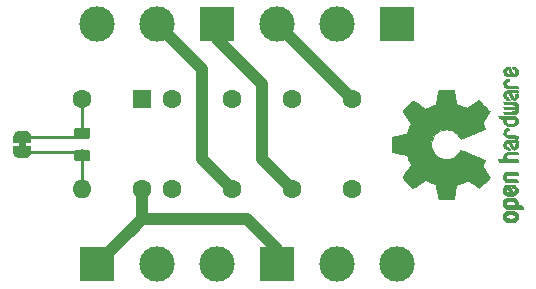
<source format=gtl>
G04 #@! TF.GenerationSoftware,KiCad,Pcbnew,(5.1.4)-1*
G04 #@! TF.CreationDate,2019-08-31T15:58:00+02:00*
G04 #@! TF.ProjectId,SwitchRelay,53776974-6368-4526-956c-61792e6b6963,1.0*
G04 #@! TF.SameCoordinates,Original*
G04 #@! TF.FileFunction,Copper,L1,Top*
G04 #@! TF.FilePolarity,Positive*
%FSLAX46Y46*%
G04 Gerber Fmt 4.6, Leading zero omitted, Abs format (unit mm)*
G04 Created by KiCad (PCBNEW (5.1.4)-1) date 2019-08-31 15:58:00*
%MOMM*%
%LPD*%
G04 APERTURE LIST*
%ADD10C,0.010000*%
%ADD11C,0.100000*%
%ADD12C,3.000000*%
%ADD13R,3.000000X3.000000*%
%ADD14C,0.975000*%
%ADD15O,1.600000X1.600000*%
%ADD16C,1.600000*%
%ADD17R,1.600000X1.600000*%
%ADD18C,0.500000*%
%ADD19C,0.250000*%
%ADD20C,1.016000*%
G04 APERTURE END LIST*
D10*
G36*
X153837998Y-115995986D02*
G01*
X153838863Y-115837994D01*
X153841205Y-115723653D01*
X153845762Y-115645593D01*
X153853270Y-115596446D01*
X153864466Y-115568841D01*
X153880088Y-115555408D01*
X153900873Y-115548779D01*
X153903563Y-115548135D01*
X153952113Y-115538065D01*
X154047905Y-115519425D01*
X154180743Y-115494155D01*
X154340431Y-115464193D01*
X154516774Y-115431478D01*
X154522967Y-115430336D01*
X154695782Y-115397567D01*
X154848469Y-115366907D01*
X154971871Y-115340336D01*
X155056831Y-115319833D01*
X155094190Y-115307374D01*
X155094852Y-115306780D01*
X155113095Y-115270081D01*
X155143497Y-115194414D01*
X155179493Y-115096122D01*
X155179685Y-115095575D01*
X155226222Y-114971767D01*
X155285504Y-114825804D01*
X155345109Y-114688219D01*
X155348056Y-114681707D01*
X155449765Y-114457610D01*
X155110897Y-113961381D01*
X155007592Y-113809154D01*
X154915237Y-113671259D01*
X154839084Y-113555685D01*
X154784385Y-113470421D01*
X154756393Y-113423456D01*
X154754317Y-113418996D01*
X154763560Y-113384866D01*
X154808156Y-113321119D01*
X154890209Y-113225269D01*
X155011821Y-113094831D01*
X155141205Y-112961672D01*
X155268702Y-112833306D01*
X155385046Y-112718419D01*
X155483052Y-112623927D01*
X155555536Y-112556747D01*
X155595313Y-112523794D01*
X155597361Y-112522568D01*
X155624656Y-112518926D01*
X155669234Y-112532650D01*
X155737112Y-112567131D01*
X155834311Y-112625761D01*
X155966851Y-112711930D01*
X156137476Y-112826800D01*
X156287655Y-112928746D01*
X156422350Y-113019877D01*
X156533740Y-113094927D01*
X156614005Y-113148631D01*
X156655325Y-113175720D01*
X156658130Y-113177426D01*
X156697721Y-113174118D01*
X156774669Y-113149047D01*
X156874432Y-113107202D01*
X156906291Y-113092288D01*
X157048226Y-113027214D01*
X157209273Y-112957788D01*
X157348621Y-112901391D01*
X157452044Y-112860753D01*
X157530642Y-112828474D01*
X157571720Y-112809822D01*
X157574885Y-112807503D01*
X157580128Y-112773197D01*
X157594494Y-112692331D01*
X157615937Y-112575657D01*
X157642413Y-112433925D01*
X157671877Y-112277890D01*
X157702283Y-112118302D01*
X157731588Y-111965915D01*
X157757745Y-111831479D01*
X157778710Y-111725748D01*
X157792439Y-111659474D01*
X157796320Y-111643218D01*
X157805900Y-111626427D01*
X157827536Y-111613751D01*
X157868531Y-111604622D01*
X157936189Y-111598469D01*
X158037812Y-111594720D01*
X158180703Y-111592808D01*
X158372165Y-111592160D01*
X158450645Y-111592126D01*
X159088906Y-111592126D01*
X159119160Y-111745402D01*
X159135564Y-111830678D01*
X159159509Y-111957930D01*
X159188107Y-112111685D01*
X159218467Y-112276466D01*
X159226806Y-112322011D01*
X159256370Y-112474068D01*
X159285442Y-112606532D01*
X159311329Y-112708286D01*
X159331337Y-112768212D01*
X159337301Y-112778195D01*
X159379534Y-112802707D01*
X159461370Y-112837852D01*
X159566683Y-112876827D01*
X159589368Y-112884558D01*
X159730018Y-112935640D01*
X159888714Y-112999046D01*
X160031225Y-113061096D01*
X160031886Y-113061402D01*
X160255440Y-113164733D01*
X161255232Y-112485039D01*
X161692300Y-112921379D01*
X161822381Y-113053351D01*
X161937048Y-113173721D01*
X162030181Y-113275727D01*
X162095658Y-113352609D01*
X162127357Y-113397607D01*
X162129368Y-113404062D01*
X162113529Y-113441960D01*
X162069496Y-113519292D01*
X162002490Y-113627611D01*
X161917734Y-113758468D01*
X161822816Y-113899948D01*
X161725998Y-114043539D01*
X161641751Y-114171565D01*
X161575258Y-114275895D01*
X161531702Y-114348400D01*
X161516264Y-114380842D01*
X161529328Y-114420424D01*
X161563750Y-114495481D01*
X161612380Y-114590532D01*
X161617785Y-114600608D01*
X161681980Y-114728609D01*
X161713463Y-114816382D01*
X161713798Y-114870972D01*
X161684548Y-114899425D01*
X161684138Y-114899590D01*
X161649498Y-114913812D01*
X161567269Y-114947731D01*
X161443814Y-114998716D01*
X161285498Y-115064138D01*
X161098686Y-115141366D01*
X160889742Y-115227771D01*
X160687446Y-115311449D01*
X160464200Y-115403412D01*
X160257392Y-115487850D01*
X160073362Y-115562231D01*
X159918451Y-115624026D01*
X159798996Y-115670703D01*
X159721339Y-115699732D01*
X159692356Y-115708678D01*
X159659110Y-115686244D01*
X159606123Y-115627561D01*
X159547704Y-115549311D01*
X159362952Y-115326466D01*
X159151182Y-115152282D01*
X158916856Y-115028846D01*
X158664434Y-114958246D01*
X158398377Y-114942569D01*
X158275575Y-114953964D01*
X158020793Y-115016050D01*
X157795801Y-115122977D01*
X157602817Y-115268111D01*
X157444061Y-115444822D01*
X157321750Y-115646478D01*
X157238105Y-115866446D01*
X157195344Y-116098094D01*
X157195687Y-116334791D01*
X157241352Y-116569905D01*
X157334559Y-116796804D01*
X157477527Y-117008856D01*
X157558383Y-117097364D01*
X157766007Y-117267111D01*
X157992895Y-117385301D01*
X158232433Y-117452722D01*
X158478007Y-117470160D01*
X158723003Y-117438402D01*
X158960808Y-117358235D01*
X159184807Y-117230445D01*
X159388387Y-117055820D01*
X159547704Y-116860688D01*
X159608602Y-116779409D01*
X159661015Y-116721991D01*
X159692406Y-116701322D01*
X159726639Y-116712144D01*
X159808419Y-116742923D01*
X159931407Y-116791126D01*
X160089263Y-116854222D01*
X160275649Y-116929678D01*
X160484226Y-117014962D01*
X160687496Y-117098781D01*
X160910933Y-117191255D01*
X161117984Y-117276911D01*
X161302286Y-117353118D01*
X161457475Y-117417247D01*
X161577188Y-117466668D01*
X161655061Y-117498752D01*
X161684138Y-117510641D01*
X161713677Y-117538726D01*
X161713591Y-117593051D01*
X161682326Y-117680605D01*
X161618329Y-117808381D01*
X161617785Y-117809392D01*
X161568121Y-117905598D01*
X161531945Y-117983369D01*
X161516408Y-118027223D01*
X161516264Y-118029158D01*
X161532024Y-118062171D01*
X161575850Y-118135054D01*
X161642557Y-118239678D01*
X161726964Y-118367910D01*
X161822816Y-118510052D01*
X161919867Y-118654767D01*
X162004270Y-118785196D01*
X162070801Y-118892890D01*
X162114238Y-118969402D01*
X162129368Y-119005938D01*
X162109482Y-119039582D01*
X162053903Y-119107224D01*
X161968754Y-119202107D01*
X161860153Y-119317470D01*
X161734221Y-119446555D01*
X161692149Y-119488771D01*
X161254931Y-119925261D01*
X160767340Y-119593023D01*
X160617605Y-119492054D01*
X160483220Y-119403438D01*
X160371969Y-119332146D01*
X160291639Y-119283150D01*
X160250014Y-119261422D01*
X160247053Y-119260785D01*
X160207818Y-119272240D01*
X160128895Y-119303051D01*
X160023509Y-119347884D01*
X159952954Y-119379353D01*
X159817876Y-119438192D01*
X159681409Y-119493604D01*
X159566103Y-119536564D01*
X159530977Y-119548234D01*
X159437174Y-119581389D01*
X159364694Y-119613799D01*
X159337301Y-119631601D01*
X159320536Y-119670886D01*
X159296770Y-119756626D01*
X159268697Y-119877697D01*
X159239009Y-120022973D01*
X159226806Y-120087988D01*
X159196468Y-120253087D01*
X159167093Y-120411448D01*
X159141569Y-120547596D01*
X159122785Y-120646057D01*
X159119160Y-120664598D01*
X159088906Y-120817873D01*
X158450645Y-120817873D01*
X158240770Y-120817529D01*
X158081980Y-120816116D01*
X157966973Y-120813064D01*
X157888446Y-120807803D01*
X157839096Y-120799763D01*
X157811619Y-120788373D01*
X157798713Y-120773063D01*
X157796320Y-120766782D01*
X157787833Y-120728896D01*
X157770900Y-120645195D01*
X157747566Y-120526433D01*
X157719875Y-120383361D01*
X157689873Y-120226732D01*
X157659604Y-120067297D01*
X157631115Y-119915809D01*
X157606449Y-119783019D01*
X157587651Y-119679681D01*
X157576767Y-119616545D01*
X157574885Y-119602497D01*
X157549704Y-119589770D01*
X157482622Y-119561600D01*
X157386333Y-119523252D01*
X157348621Y-119508609D01*
X157202921Y-119449548D01*
X157041951Y-119380000D01*
X156906291Y-119317712D01*
X156802561Y-119271879D01*
X156717326Y-119241387D01*
X156665126Y-119231208D01*
X156658130Y-119232831D01*
X156625102Y-119254343D01*
X156551643Y-119303465D01*
X156445577Y-119374923D01*
X156314726Y-119463445D01*
X156166912Y-119563759D01*
X156137734Y-119583594D01*
X155964863Y-119699988D01*
X155833226Y-119785548D01*
X155736761Y-119843684D01*
X155669408Y-119877808D01*
X155625106Y-119891331D01*
X155597794Y-119887664D01*
X155597620Y-119887570D01*
X155561746Y-119858707D01*
X155492391Y-119794867D01*
X155396745Y-119702969D01*
X155281999Y-119589933D01*
X155155341Y-119462679D01*
X155141205Y-119448328D01*
X154985903Y-119287957D01*
X154871870Y-119164195D01*
X154797002Y-119074555D01*
X154759196Y-119016552D01*
X154754317Y-118991004D01*
X154775603Y-118953718D01*
X154824773Y-118876343D01*
X154896575Y-118766867D01*
X154985755Y-118633280D01*
X155087063Y-118483570D01*
X155110897Y-118448618D01*
X155449765Y-117952390D01*
X155348056Y-117728293D01*
X155288783Y-117592011D01*
X155229170Y-117445724D01*
X155181640Y-117319965D01*
X155179685Y-117314425D01*
X155143677Y-117216057D01*
X155113229Y-117140229D01*
X155094905Y-117103282D01*
X155094852Y-117103220D01*
X155061729Y-117091496D01*
X154980267Y-117071568D01*
X154859625Y-117045413D01*
X154708959Y-117015010D01*
X154537428Y-116982337D01*
X154522967Y-116979664D01*
X154346235Y-116946890D01*
X154185810Y-116916802D01*
X154051888Y-116891339D01*
X153954663Y-116872441D01*
X153904332Y-116862047D01*
X153903563Y-116861865D01*
X153882153Y-116855539D01*
X153865988Y-116843239D01*
X153854331Y-116817594D01*
X153846445Y-116771235D01*
X153841593Y-116696792D01*
X153839039Y-116586895D01*
X153838045Y-116434175D01*
X153837874Y-116231262D01*
X153837874Y-116205000D01*
X153837998Y-115995986D01*
X153837998Y-115995986D01*
G37*
X153837998Y-115995986D02*
X153838863Y-115837994D01*
X153841205Y-115723653D01*
X153845762Y-115645593D01*
X153853270Y-115596446D01*
X153864466Y-115568841D01*
X153880088Y-115555408D01*
X153900873Y-115548779D01*
X153903563Y-115548135D01*
X153952113Y-115538065D01*
X154047905Y-115519425D01*
X154180743Y-115494155D01*
X154340431Y-115464193D01*
X154516774Y-115431478D01*
X154522967Y-115430336D01*
X154695782Y-115397567D01*
X154848469Y-115366907D01*
X154971871Y-115340336D01*
X155056831Y-115319833D01*
X155094190Y-115307374D01*
X155094852Y-115306780D01*
X155113095Y-115270081D01*
X155143497Y-115194414D01*
X155179493Y-115096122D01*
X155179685Y-115095575D01*
X155226222Y-114971767D01*
X155285504Y-114825804D01*
X155345109Y-114688219D01*
X155348056Y-114681707D01*
X155449765Y-114457610D01*
X155110897Y-113961381D01*
X155007592Y-113809154D01*
X154915237Y-113671259D01*
X154839084Y-113555685D01*
X154784385Y-113470421D01*
X154756393Y-113423456D01*
X154754317Y-113418996D01*
X154763560Y-113384866D01*
X154808156Y-113321119D01*
X154890209Y-113225269D01*
X155011821Y-113094831D01*
X155141205Y-112961672D01*
X155268702Y-112833306D01*
X155385046Y-112718419D01*
X155483052Y-112623927D01*
X155555536Y-112556747D01*
X155595313Y-112523794D01*
X155597361Y-112522568D01*
X155624656Y-112518926D01*
X155669234Y-112532650D01*
X155737112Y-112567131D01*
X155834311Y-112625761D01*
X155966851Y-112711930D01*
X156137476Y-112826800D01*
X156287655Y-112928746D01*
X156422350Y-113019877D01*
X156533740Y-113094927D01*
X156614005Y-113148631D01*
X156655325Y-113175720D01*
X156658130Y-113177426D01*
X156697721Y-113174118D01*
X156774669Y-113149047D01*
X156874432Y-113107202D01*
X156906291Y-113092288D01*
X157048226Y-113027214D01*
X157209273Y-112957788D01*
X157348621Y-112901391D01*
X157452044Y-112860753D01*
X157530642Y-112828474D01*
X157571720Y-112809822D01*
X157574885Y-112807503D01*
X157580128Y-112773197D01*
X157594494Y-112692331D01*
X157615937Y-112575657D01*
X157642413Y-112433925D01*
X157671877Y-112277890D01*
X157702283Y-112118302D01*
X157731588Y-111965915D01*
X157757745Y-111831479D01*
X157778710Y-111725748D01*
X157792439Y-111659474D01*
X157796320Y-111643218D01*
X157805900Y-111626427D01*
X157827536Y-111613751D01*
X157868531Y-111604622D01*
X157936189Y-111598469D01*
X158037812Y-111594720D01*
X158180703Y-111592808D01*
X158372165Y-111592160D01*
X158450645Y-111592126D01*
X159088906Y-111592126D01*
X159119160Y-111745402D01*
X159135564Y-111830678D01*
X159159509Y-111957930D01*
X159188107Y-112111685D01*
X159218467Y-112276466D01*
X159226806Y-112322011D01*
X159256370Y-112474068D01*
X159285442Y-112606532D01*
X159311329Y-112708286D01*
X159331337Y-112768212D01*
X159337301Y-112778195D01*
X159379534Y-112802707D01*
X159461370Y-112837852D01*
X159566683Y-112876827D01*
X159589368Y-112884558D01*
X159730018Y-112935640D01*
X159888714Y-112999046D01*
X160031225Y-113061096D01*
X160031886Y-113061402D01*
X160255440Y-113164733D01*
X161255232Y-112485039D01*
X161692300Y-112921379D01*
X161822381Y-113053351D01*
X161937048Y-113173721D01*
X162030181Y-113275727D01*
X162095658Y-113352609D01*
X162127357Y-113397607D01*
X162129368Y-113404062D01*
X162113529Y-113441960D01*
X162069496Y-113519292D01*
X162002490Y-113627611D01*
X161917734Y-113758468D01*
X161822816Y-113899948D01*
X161725998Y-114043539D01*
X161641751Y-114171565D01*
X161575258Y-114275895D01*
X161531702Y-114348400D01*
X161516264Y-114380842D01*
X161529328Y-114420424D01*
X161563750Y-114495481D01*
X161612380Y-114590532D01*
X161617785Y-114600608D01*
X161681980Y-114728609D01*
X161713463Y-114816382D01*
X161713798Y-114870972D01*
X161684548Y-114899425D01*
X161684138Y-114899590D01*
X161649498Y-114913812D01*
X161567269Y-114947731D01*
X161443814Y-114998716D01*
X161285498Y-115064138D01*
X161098686Y-115141366D01*
X160889742Y-115227771D01*
X160687446Y-115311449D01*
X160464200Y-115403412D01*
X160257392Y-115487850D01*
X160073362Y-115562231D01*
X159918451Y-115624026D01*
X159798996Y-115670703D01*
X159721339Y-115699732D01*
X159692356Y-115708678D01*
X159659110Y-115686244D01*
X159606123Y-115627561D01*
X159547704Y-115549311D01*
X159362952Y-115326466D01*
X159151182Y-115152282D01*
X158916856Y-115028846D01*
X158664434Y-114958246D01*
X158398377Y-114942569D01*
X158275575Y-114953964D01*
X158020793Y-115016050D01*
X157795801Y-115122977D01*
X157602817Y-115268111D01*
X157444061Y-115444822D01*
X157321750Y-115646478D01*
X157238105Y-115866446D01*
X157195344Y-116098094D01*
X157195687Y-116334791D01*
X157241352Y-116569905D01*
X157334559Y-116796804D01*
X157477527Y-117008856D01*
X157558383Y-117097364D01*
X157766007Y-117267111D01*
X157992895Y-117385301D01*
X158232433Y-117452722D01*
X158478007Y-117470160D01*
X158723003Y-117438402D01*
X158960808Y-117358235D01*
X159184807Y-117230445D01*
X159388387Y-117055820D01*
X159547704Y-116860688D01*
X159608602Y-116779409D01*
X159661015Y-116721991D01*
X159692406Y-116701322D01*
X159726639Y-116712144D01*
X159808419Y-116742923D01*
X159931407Y-116791126D01*
X160089263Y-116854222D01*
X160275649Y-116929678D01*
X160484226Y-117014962D01*
X160687496Y-117098781D01*
X160910933Y-117191255D01*
X161117984Y-117276911D01*
X161302286Y-117353118D01*
X161457475Y-117417247D01*
X161577188Y-117466668D01*
X161655061Y-117498752D01*
X161684138Y-117510641D01*
X161713677Y-117538726D01*
X161713591Y-117593051D01*
X161682326Y-117680605D01*
X161618329Y-117808381D01*
X161617785Y-117809392D01*
X161568121Y-117905598D01*
X161531945Y-117983369D01*
X161516408Y-118027223D01*
X161516264Y-118029158D01*
X161532024Y-118062171D01*
X161575850Y-118135054D01*
X161642557Y-118239678D01*
X161726964Y-118367910D01*
X161822816Y-118510052D01*
X161919867Y-118654767D01*
X162004270Y-118785196D01*
X162070801Y-118892890D01*
X162114238Y-118969402D01*
X162129368Y-119005938D01*
X162109482Y-119039582D01*
X162053903Y-119107224D01*
X161968754Y-119202107D01*
X161860153Y-119317470D01*
X161734221Y-119446555D01*
X161692149Y-119488771D01*
X161254931Y-119925261D01*
X160767340Y-119593023D01*
X160617605Y-119492054D01*
X160483220Y-119403438D01*
X160371969Y-119332146D01*
X160291639Y-119283150D01*
X160250014Y-119261422D01*
X160247053Y-119260785D01*
X160207818Y-119272240D01*
X160128895Y-119303051D01*
X160023509Y-119347884D01*
X159952954Y-119379353D01*
X159817876Y-119438192D01*
X159681409Y-119493604D01*
X159566103Y-119536564D01*
X159530977Y-119548234D01*
X159437174Y-119581389D01*
X159364694Y-119613799D01*
X159337301Y-119631601D01*
X159320536Y-119670886D01*
X159296770Y-119756626D01*
X159268697Y-119877697D01*
X159239009Y-120022973D01*
X159226806Y-120087988D01*
X159196468Y-120253087D01*
X159167093Y-120411448D01*
X159141569Y-120547596D01*
X159122785Y-120646057D01*
X159119160Y-120664598D01*
X159088906Y-120817873D01*
X158450645Y-120817873D01*
X158240770Y-120817529D01*
X158081980Y-120816116D01*
X157966973Y-120813064D01*
X157888446Y-120807803D01*
X157839096Y-120799763D01*
X157811619Y-120788373D01*
X157798713Y-120773063D01*
X157796320Y-120766782D01*
X157787833Y-120728896D01*
X157770900Y-120645195D01*
X157747566Y-120526433D01*
X157719875Y-120383361D01*
X157689873Y-120226732D01*
X157659604Y-120067297D01*
X157631115Y-119915809D01*
X157606449Y-119783019D01*
X157587651Y-119679681D01*
X157576767Y-119616545D01*
X157574885Y-119602497D01*
X157549704Y-119589770D01*
X157482622Y-119561600D01*
X157386333Y-119523252D01*
X157348621Y-119508609D01*
X157202921Y-119449548D01*
X157041951Y-119380000D01*
X156906291Y-119317712D01*
X156802561Y-119271879D01*
X156717326Y-119241387D01*
X156665126Y-119231208D01*
X156658130Y-119232831D01*
X156625102Y-119254343D01*
X156551643Y-119303465D01*
X156445577Y-119374923D01*
X156314726Y-119463445D01*
X156166912Y-119563759D01*
X156137734Y-119583594D01*
X155964863Y-119699988D01*
X155833226Y-119785548D01*
X155736761Y-119843684D01*
X155669408Y-119877808D01*
X155625106Y-119891331D01*
X155597794Y-119887664D01*
X155597620Y-119887570D01*
X155561746Y-119858707D01*
X155492391Y-119794867D01*
X155396745Y-119702969D01*
X155281999Y-119589933D01*
X155155341Y-119462679D01*
X155141205Y-119448328D01*
X154985903Y-119287957D01*
X154871870Y-119164195D01*
X154797002Y-119074555D01*
X154759196Y-119016552D01*
X154754317Y-118991004D01*
X154775603Y-118953718D01*
X154824773Y-118876343D01*
X154896575Y-118766867D01*
X154985755Y-118633280D01*
X155087063Y-118483570D01*
X155110897Y-118448618D01*
X155449765Y-117952390D01*
X155348056Y-117728293D01*
X155288783Y-117592011D01*
X155229170Y-117445724D01*
X155181640Y-117319965D01*
X155179685Y-117314425D01*
X155143677Y-117216057D01*
X155113229Y-117140229D01*
X155094905Y-117103282D01*
X155094852Y-117103220D01*
X155061729Y-117091496D01*
X154980267Y-117071568D01*
X154859625Y-117045413D01*
X154708959Y-117015010D01*
X154537428Y-116982337D01*
X154522967Y-116979664D01*
X154346235Y-116946890D01*
X154185810Y-116916802D01*
X154051888Y-116891339D01*
X153954663Y-116872441D01*
X153904332Y-116862047D01*
X153903563Y-116861865D01*
X153882153Y-116855539D01*
X153865988Y-116843239D01*
X153854331Y-116817594D01*
X153846445Y-116771235D01*
X153841593Y-116696792D01*
X153839039Y-116586895D01*
X153838045Y-116434175D01*
X153837874Y-116231262D01*
X153837874Y-116205000D01*
X153837998Y-115995986D01*
G36*
X163341540Y-109861561D02*
G01*
X163417034Y-109746050D01*
X163484617Y-109690336D01*
X163607255Y-109646196D01*
X163704298Y-109642691D01*
X163834056Y-109650632D01*
X163965039Y-109949885D01*
X164031958Y-110095389D01*
X164085790Y-110190463D01*
X164132416Y-110239899D01*
X164177720Y-110248489D01*
X164227582Y-110221028D01*
X164260632Y-110190747D01*
X164313633Y-110102637D01*
X164317347Y-110006804D01*
X164276041Y-109918788D01*
X164193983Y-109854131D01*
X164165008Y-109842567D01*
X164074509Y-109787175D01*
X164035940Y-109723447D01*
X164002946Y-109636034D01*
X164128034Y-109636034D01*
X164213156Y-109643762D01*
X164284938Y-109674034D01*
X164367356Y-109737482D01*
X164378066Y-109746912D01*
X164451391Y-109817487D01*
X164490742Y-109878153D01*
X164508845Y-109954050D01*
X164514774Y-110016970D01*
X164516251Y-110129513D01*
X164497535Y-110209630D01*
X164469747Y-110259610D01*
X164408641Y-110338162D01*
X164342554Y-110392537D01*
X164259441Y-110426948D01*
X164147254Y-110445612D01*
X163993946Y-110452744D01*
X163916136Y-110453313D01*
X163822853Y-110451378D01*
X163822853Y-110275101D01*
X163872896Y-110273056D01*
X163881092Y-110267961D01*
X163869958Y-110234334D01*
X163840493Y-110161970D01*
X163798601Y-110065253D01*
X163789597Y-110045027D01*
X163727442Y-109922797D01*
X163672815Y-109855453D01*
X163621649Y-109840652D01*
X163569876Y-109876053D01*
X163547000Y-109905289D01*
X163501250Y-110010784D01*
X163508808Y-110109524D01*
X163564651Y-110192188D01*
X163663753Y-110249452D01*
X163742414Y-110267812D01*
X163822853Y-110275101D01*
X163822853Y-110451378D01*
X163734351Y-110449541D01*
X163599853Y-110435641D01*
X163501916Y-110408106D01*
X163429811Y-110363428D01*
X163372813Y-110298099D01*
X163354393Y-110269617D01*
X163306422Y-110140237D01*
X163303403Y-109998588D01*
X163341540Y-109861561D01*
X163341540Y-109861561D01*
G37*
X163341540Y-109861561D02*
X163417034Y-109746050D01*
X163484617Y-109690336D01*
X163607255Y-109646196D01*
X163704298Y-109642691D01*
X163834056Y-109650632D01*
X163965039Y-109949885D01*
X164031958Y-110095389D01*
X164085790Y-110190463D01*
X164132416Y-110239899D01*
X164177720Y-110248489D01*
X164227582Y-110221028D01*
X164260632Y-110190747D01*
X164313633Y-110102637D01*
X164317347Y-110006804D01*
X164276041Y-109918788D01*
X164193983Y-109854131D01*
X164165008Y-109842567D01*
X164074509Y-109787175D01*
X164035940Y-109723447D01*
X164002946Y-109636034D01*
X164128034Y-109636034D01*
X164213156Y-109643762D01*
X164284938Y-109674034D01*
X164367356Y-109737482D01*
X164378066Y-109746912D01*
X164451391Y-109817487D01*
X164490742Y-109878153D01*
X164508845Y-109954050D01*
X164514774Y-110016970D01*
X164516251Y-110129513D01*
X164497535Y-110209630D01*
X164469747Y-110259610D01*
X164408641Y-110338162D01*
X164342554Y-110392537D01*
X164259441Y-110426948D01*
X164147254Y-110445612D01*
X163993946Y-110452744D01*
X163916136Y-110453313D01*
X163822853Y-110451378D01*
X163822853Y-110275101D01*
X163872896Y-110273056D01*
X163881092Y-110267961D01*
X163869958Y-110234334D01*
X163840493Y-110161970D01*
X163798601Y-110065253D01*
X163789597Y-110045027D01*
X163727442Y-109922797D01*
X163672815Y-109855453D01*
X163621649Y-109840652D01*
X163569876Y-109876053D01*
X163547000Y-109905289D01*
X163501250Y-110010784D01*
X163508808Y-110109524D01*
X163564651Y-110192188D01*
X163663753Y-110249452D01*
X163742414Y-110267812D01*
X163822853Y-110275101D01*
X163822853Y-110451378D01*
X163734351Y-110449541D01*
X163599853Y-110435641D01*
X163501916Y-110408106D01*
X163429811Y-110363428D01*
X163372813Y-110298099D01*
X163354393Y-110269617D01*
X163306422Y-110140237D01*
X163303403Y-109998588D01*
X163341540Y-109861561D01*
G36*
X163325018Y-110869310D02*
G01*
X163340269Y-110834415D01*
X163406235Y-110751123D01*
X163501618Y-110679897D01*
X163603406Y-110635847D01*
X163653587Y-110628678D01*
X163723647Y-110652715D01*
X163760717Y-110705439D01*
X163783164Y-110761969D01*
X163787300Y-110787854D01*
X163757283Y-110800458D01*
X163691961Y-110825346D01*
X163662445Y-110836265D01*
X163560348Y-110897492D01*
X163509423Y-110986139D01*
X163510989Y-111099807D01*
X163512994Y-111108226D01*
X163541767Y-111168912D01*
X163597859Y-111213526D01*
X163688163Y-111243998D01*
X163819571Y-111262256D01*
X163998974Y-111270229D01*
X164094433Y-111270977D01*
X164244913Y-111271348D01*
X164347495Y-111273777D01*
X164412672Y-111280240D01*
X164450938Y-111292712D01*
X164472785Y-111313167D01*
X164488707Y-111343581D01*
X164489509Y-111345339D01*
X164514272Y-111403909D01*
X164523391Y-111432925D01*
X164495822Y-111437384D01*
X164419620Y-111441201D01*
X164304541Y-111444101D01*
X164160341Y-111445809D01*
X164054814Y-111446149D01*
X163850613Y-111444412D01*
X163695697Y-111437618D01*
X163581024Y-111423393D01*
X163497551Y-111399362D01*
X163436236Y-111363152D01*
X163388034Y-111312388D01*
X163354393Y-111262261D01*
X163309619Y-111141725D01*
X163299521Y-111001443D01*
X163325018Y-110869310D01*
X163325018Y-110869310D01*
G37*
X163325018Y-110869310D02*
X163340269Y-110834415D01*
X163406235Y-110751123D01*
X163501618Y-110679897D01*
X163603406Y-110635847D01*
X163653587Y-110628678D01*
X163723647Y-110652715D01*
X163760717Y-110705439D01*
X163783164Y-110761969D01*
X163787300Y-110787854D01*
X163757283Y-110800458D01*
X163691961Y-110825346D01*
X163662445Y-110836265D01*
X163560348Y-110897492D01*
X163509423Y-110986139D01*
X163510989Y-111099807D01*
X163512994Y-111108226D01*
X163541767Y-111168912D01*
X163597859Y-111213526D01*
X163688163Y-111243998D01*
X163819571Y-111262256D01*
X163998974Y-111270229D01*
X164094433Y-111270977D01*
X164244913Y-111271348D01*
X164347495Y-111273777D01*
X164412672Y-111280240D01*
X164450938Y-111292712D01*
X164472785Y-111313167D01*
X164488707Y-111343581D01*
X164489509Y-111345339D01*
X164514272Y-111403909D01*
X164523391Y-111432925D01*
X164495822Y-111437384D01*
X164419620Y-111441201D01*
X164304541Y-111444101D01*
X164160341Y-111445809D01*
X164054814Y-111446149D01*
X163850613Y-111444412D01*
X163695697Y-111437618D01*
X163581024Y-111423393D01*
X163497551Y-111399362D01*
X163436236Y-111363152D01*
X163388034Y-111312388D01*
X163354393Y-111262261D01*
X163309619Y-111141725D01*
X163299521Y-111001443D01*
X163325018Y-110869310D01*
G36*
X163320156Y-111890594D02*
G01*
X163358393Y-111806531D01*
X163404726Y-111740550D01*
X163456532Y-111692206D01*
X163523363Y-111658828D01*
X163614769Y-111637747D01*
X163740301Y-111626293D01*
X163909508Y-111621797D01*
X164020933Y-111621322D01*
X164455627Y-111621322D01*
X164489509Y-111695684D01*
X164514272Y-111754254D01*
X164523391Y-111783270D01*
X164496257Y-111788821D01*
X164423094Y-111793225D01*
X164316263Y-111795922D01*
X164231437Y-111796494D01*
X164108887Y-111798954D01*
X164011668Y-111805588D01*
X163952134Y-111815274D01*
X163939483Y-111822968D01*
X163952402Y-111874689D01*
X163985539Y-111955883D01*
X164030461Y-112049898D01*
X164078735Y-112140083D01*
X164121928Y-112209785D01*
X164151608Y-112242352D01*
X164151929Y-112242481D01*
X164206857Y-112239680D01*
X164259292Y-112214561D01*
X164301881Y-112170459D01*
X164316126Y-112106091D01*
X164314466Y-112051079D01*
X164313245Y-111973165D01*
X164331498Y-111932268D01*
X164379726Y-111907705D01*
X164388820Y-111904608D01*
X164457598Y-111893960D01*
X164499360Y-111922435D01*
X164519263Y-111996656D01*
X164522944Y-112076832D01*
X164495658Y-112221110D01*
X164456690Y-112295797D01*
X164365148Y-112388037D01*
X164252782Y-112436957D01*
X164134051Y-112441346D01*
X164023411Y-112399999D01*
X163954080Y-112337803D01*
X163915265Y-112275706D01*
X163866125Y-112178105D01*
X163816292Y-112064368D01*
X163808677Y-112045410D01*
X163753545Y-111920479D01*
X163704954Y-111848461D01*
X163656647Y-111825300D01*
X163602370Y-111846936D01*
X163559943Y-111884080D01*
X163507702Y-111971873D01*
X163503784Y-112068470D01*
X163544041Y-112157056D01*
X163624326Y-112220814D01*
X163645040Y-112229183D01*
X163721225Y-112277904D01*
X163777785Y-112349035D01*
X163824201Y-112438793D01*
X163692584Y-112438793D01*
X163612168Y-112433510D01*
X163548786Y-112410858D01*
X163481163Y-112360633D01*
X163429076Y-112312418D01*
X163355322Y-112237446D01*
X163315702Y-112179194D01*
X163299810Y-112116628D01*
X163297184Y-112045807D01*
X163320156Y-111890594D01*
X163320156Y-111890594D01*
G37*
X163320156Y-111890594D02*
X163358393Y-111806531D01*
X163404726Y-111740550D01*
X163456532Y-111692206D01*
X163523363Y-111658828D01*
X163614769Y-111637747D01*
X163740301Y-111626293D01*
X163909508Y-111621797D01*
X164020933Y-111621322D01*
X164455627Y-111621322D01*
X164489509Y-111695684D01*
X164514272Y-111754254D01*
X164523391Y-111783270D01*
X164496257Y-111788821D01*
X164423094Y-111793225D01*
X164316263Y-111795922D01*
X164231437Y-111796494D01*
X164108887Y-111798954D01*
X164011668Y-111805588D01*
X163952134Y-111815274D01*
X163939483Y-111822968D01*
X163952402Y-111874689D01*
X163985539Y-111955883D01*
X164030461Y-112049898D01*
X164078735Y-112140083D01*
X164121928Y-112209785D01*
X164151608Y-112242352D01*
X164151929Y-112242481D01*
X164206857Y-112239680D01*
X164259292Y-112214561D01*
X164301881Y-112170459D01*
X164316126Y-112106091D01*
X164314466Y-112051079D01*
X164313245Y-111973165D01*
X164331498Y-111932268D01*
X164379726Y-111907705D01*
X164388820Y-111904608D01*
X164457598Y-111893960D01*
X164499360Y-111922435D01*
X164519263Y-111996656D01*
X164522944Y-112076832D01*
X164495658Y-112221110D01*
X164456690Y-112295797D01*
X164365148Y-112388037D01*
X164252782Y-112436957D01*
X164134051Y-112441346D01*
X164023411Y-112399999D01*
X163954080Y-112337803D01*
X163915265Y-112275706D01*
X163866125Y-112178105D01*
X163816292Y-112064368D01*
X163808677Y-112045410D01*
X163753545Y-111920479D01*
X163704954Y-111848461D01*
X163656647Y-111825300D01*
X163602370Y-111846936D01*
X163559943Y-111884080D01*
X163507702Y-111971873D01*
X163503784Y-112068470D01*
X163544041Y-112157056D01*
X163624326Y-112220814D01*
X163645040Y-112229183D01*
X163721225Y-112277904D01*
X163777785Y-112349035D01*
X163824201Y-112438793D01*
X163692584Y-112438793D01*
X163612168Y-112433510D01*
X163548786Y-112410858D01*
X163481163Y-112360633D01*
X163429076Y-112312418D01*
X163355322Y-112237446D01*
X163315702Y-112179194D01*
X163299810Y-112116628D01*
X163297184Y-112045807D01*
X163320156Y-111890594D01*
G36*
X163324840Y-112624876D02*
G01*
X163401653Y-112620421D01*
X163518391Y-112616929D01*
X163665821Y-112614685D01*
X163820455Y-112613965D01*
X164343727Y-112613965D01*
X164436117Y-112706355D01*
X164493047Y-112770022D01*
X164516107Y-112825911D01*
X164514647Y-112902298D01*
X164510934Y-112932620D01*
X164500126Y-113027390D01*
X164493933Y-113105778D01*
X164493361Y-113124885D01*
X164497102Y-113189301D01*
X164506494Y-113281429D01*
X164510934Y-113317150D01*
X164517801Y-113404886D01*
X164502885Y-113463847D01*
X164456835Y-113522310D01*
X164436117Y-113543415D01*
X164343727Y-113635805D01*
X163364947Y-113635805D01*
X163331066Y-113561442D01*
X163305970Y-113497410D01*
X163297184Y-113459948D01*
X163324950Y-113450343D01*
X163402530Y-113441365D01*
X163521348Y-113433614D01*
X163672828Y-113427686D01*
X163800805Y-113424827D01*
X164304425Y-113416839D01*
X164314278Y-113347152D01*
X164307389Y-113283771D01*
X164285083Y-113252714D01*
X164243379Y-113244033D01*
X164154544Y-113236622D01*
X164029834Y-113231069D01*
X163880507Y-113227964D01*
X163803661Y-113227516D01*
X163361287Y-113227069D01*
X163329235Y-113135126D01*
X163307443Y-113070051D01*
X163297281Y-113034653D01*
X163297184Y-113033632D01*
X163324809Y-113030080D01*
X163401411Y-113026177D01*
X163517579Y-113022249D01*
X163663904Y-113018624D01*
X163800805Y-113016092D01*
X164304425Y-113008103D01*
X164304425Y-112832931D01*
X163844965Y-112824893D01*
X163385505Y-112816854D01*
X163341344Y-112731457D01*
X163311019Y-112668407D01*
X163297258Y-112631090D01*
X163297184Y-112630013D01*
X163324840Y-112624876D01*
X163324840Y-112624876D01*
G37*
X163324840Y-112624876D02*
X163401653Y-112620421D01*
X163518391Y-112616929D01*
X163665821Y-112614685D01*
X163820455Y-112613965D01*
X164343727Y-112613965D01*
X164436117Y-112706355D01*
X164493047Y-112770022D01*
X164516107Y-112825911D01*
X164514647Y-112902298D01*
X164510934Y-112932620D01*
X164500126Y-113027390D01*
X164493933Y-113105778D01*
X164493361Y-113124885D01*
X164497102Y-113189301D01*
X164506494Y-113281429D01*
X164510934Y-113317150D01*
X164517801Y-113404886D01*
X164502885Y-113463847D01*
X164456835Y-113522310D01*
X164436117Y-113543415D01*
X164343727Y-113635805D01*
X163364947Y-113635805D01*
X163331066Y-113561442D01*
X163305970Y-113497410D01*
X163297184Y-113459948D01*
X163324950Y-113450343D01*
X163402530Y-113441365D01*
X163521348Y-113433614D01*
X163672828Y-113427686D01*
X163800805Y-113424827D01*
X164304425Y-113416839D01*
X164314278Y-113347152D01*
X164307389Y-113283771D01*
X164285083Y-113252714D01*
X164243379Y-113244033D01*
X164154544Y-113236622D01*
X164029834Y-113231069D01*
X163880507Y-113227964D01*
X163803661Y-113227516D01*
X163361287Y-113227069D01*
X163329235Y-113135126D01*
X163307443Y-113070051D01*
X163297281Y-113034653D01*
X163297184Y-113033632D01*
X163324809Y-113030080D01*
X163401411Y-113026177D01*
X163517579Y-113022249D01*
X163663904Y-113018624D01*
X163800805Y-113016092D01*
X164304425Y-113008103D01*
X164304425Y-112832931D01*
X163844965Y-112824893D01*
X163385505Y-112816854D01*
X163341344Y-112731457D01*
X163311019Y-112668407D01*
X163297258Y-112631090D01*
X163297184Y-112630013D01*
X163324840Y-112624876D01*
G36*
X163539455Y-113811086D02*
G01*
X163757661Y-113811457D01*
X163925519Y-113812892D01*
X164051070Y-113815998D01*
X164142355Y-113821378D01*
X164207415Y-113829638D01*
X164254291Y-113841384D01*
X164291024Y-113857219D01*
X164311991Y-113869210D01*
X164425694Y-113968510D01*
X164496965Y-114094412D01*
X164522538Y-114233709D01*
X164499150Y-114373195D01*
X164457119Y-114456257D01*
X164384411Y-114543455D01*
X164295612Y-114602883D01*
X164179320Y-114638739D01*
X164024135Y-114655219D01*
X163910287Y-114657553D01*
X163902106Y-114657239D01*
X163902106Y-114453276D01*
X164032657Y-114452030D01*
X164119080Y-114446322D01*
X164175618Y-114433196D01*
X164216514Y-114409694D01*
X164247362Y-114381614D01*
X164306905Y-114287312D01*
X164311992Y-114186060D01*
X164262279Y-114090364D01*
X164255543Y-114082916D01*
X164220502Y-114051126D01*
X164178811Y-114031192D01*
X164116762Y-114020400D01*
X164020644Y-114016035D01*
X163914379Y-114015345D01*
X163780880Y-114016841D01*
X163691822Y-114023036D01*
X163633293Y-114036486D01*
X163591382Y-114059749D01*
X163569123Y-114078825D01*
X163512985Y-114167437D01*
X163506235Y-114269492D01*
X163549114Y-114366905D01*
X163565032Y-114385704D01*
X163600382Y-114417707D01*
X163642502Y-114437682D01*
X163705251Y-114448407D01*
X163802487Y-114452661D01*
X163902106Y-114453276D01*
X163902106Y-114657239D01*
X163726947Y-114650496D01*
X163589195Y-114626528D01*
X163485632Y-114581452D01*
X163404856Y-114511072D01*
X163363455Y-114456257D01*
X163318728Y-114356624D01*
X163297967Y-114241145D01*
X163303525Y-114133801D01*
X163325943Y-114073736D01*
X163332323Y-114050165D01*
X163308535Y-114034523D01*
X163244788Y-114023605D01*
X163147687Y-114015345D01*
X163039541Y-114006301D01*
X162974475Y-113993739D01*
X162937268Y-113970881D01*
X162912699Y-113930949D01*
X162901819Y-113905862D01*
X162862072Y-113810977D01*
X163539455Y-113811086D01*
X163539455Y-113811086D01*
G37*
X163539455Y-113811086D02*
X163757661Y-113811457D01*
X163925519Y-113812892D01*
X164051070Y-113815998D01*
X164142355Y-113821378D01*
X164207415Y-113829638D01*
X164254291Y-113841384D01*
X164291024Y-113857219D01*
X164311991Y-113869210D01*
X164425694Y-113968510D01*
X164496965Y-114094412D01*
X164522538Y-114233709D01*
X164499150Y-114373195D01*
X164457119Y-114456257D01*
X164384411Y-114543455D01*
X164295612Y-114602883D01*
X164179320Y-114638739D01*
X164024135Y-114655219D01*
X163910287Y-114657553D01*
X163902106Y-114657239D01*
X163902106Y-114453276D01*
X164032657Y-114452030D01*
X164119080Y-114446322D01*
X164175618Y-114433196D01*
X164216514Y-114409694D01*
X164247362Y-114381614D01*
X164306905Y-114287312D01*
X164311992Y-114186060D01*
X164262279Y-114090364D01*
X164255543Y-114082916D01*
X164220502Y-114051126D01*
X164178811Y-114031192D01*
X164116762Y-114020400D01*
X164020644Y-114016035D01*
X163914379Y-114015345D01*
X163780880Y-114016841D01*
X163691822Y-114023036D01*
X163633293Y-114036486D01*
X163591382Y-114059749D01*
X163569123Y-114078825D01*
X163512985Y-114167437D01*
X163506235Y-114269492D01*
X163549114Y-114366905D01*
X163565032Y-114385704D01*
X163600382Y-114417707D01*
X163642502Y-114437682D01*
X163705251Y-114448407D01*
X163802487Y-114452661D01*
X163902106Y-114453276D01*
X163902106Y-114657239D01*
X163726947Y-114650496D01*
X163589195Y-114626528D01*
X163485632Y-114581452D01*
X163404856Y-114511072D01*
X163363455Y-114456257D01*
X163318728Y-114356624D01*
X163297967Y-114241145D01*
X163303525Y-114133801D01*
X163325943Y-114073736D01*
X163332323Y-114050165D01*
X163308535Y-114034523D01*
X163244788Y-114023605D01*
X163147687Y-114015345D01*
X163039541Y-114006301D01*
X162974475Y-113993739D01*
X162937268Y-113970881D01*
X162912699Y-113930949D01*
X162901819Y-113905862D01*
X162862072Y-113810977D01*
X163539455Y-113811086D01*
G36*
X163306920Y-115139057D02*
G01*
X163355859Y-115006435D01*
X163442419Y-114898990D01*
X163503352Y-114856968D01*
X163615161Y-114811157D01*
X163696006Y-114812109D01*
X163750378Y-114860192D01*
X163759624Y-114877983D01*
X163788450Y-114954796D01*
X163781065Y-114994024D01*
X163732658Y-115007311D01*
X163705920Y-115007988D01*
X163607548Y-115032314D01*
X163538734Y-115095719D01*
X163505498Y-115183846D01*
X163513861Y-115282337D01*
X163557296Y-115362398D01*
X163582072Y-115389439D01*
X163612129Y-115408606D01*
X163657565Y-115421554D01*
X163728476Y-115429936D01*
X163834960Y-115435407D01*
X163987112Y-115439622D01*
X164035287Y-115440713D01*
X164200095Y-115444693D01*
X164316088Y-115449219D01*
X164392833Y-115456005D01*
X164439893Y-115466769D01*
X164466835Y-115483227D01*
X164483223Y-115507094D01*
X164490463Y-115522374D01*
X164515220Y-115587267D01*
X164523391Y-115625466D01*
X164496103Y-115638088D01*
X164413603Y-115645792D01*
X164274941Y-115648620D01*
X164079162Y-115646614D01*
X164048965Y-115645989D01*
X163870349Y-115641579D01*
X163739923Y-115636365D01*
X163647492Y-115628945D01*
X163582858Y-115617918D01*
X163535825Y-115601883D01*
X163496196Y-115579439D01*
X163479215Y-115567698D01*
X163404080Y-115500381D01*
X163345638Y-115425090D01*
X163340536Y-115415872D01*
X163300260Y-115280867D01*
X163306920Y-115139057D01*
X163306920Y-115139057D01*
G37*
X163306920Y-115139057D02*
X163355859Y-115006435D01*
X163442419Y-114898990D01*
X163503352Y-114856968D01*
X163615161Y-114811157D01*
X163696006Y-114812109D01*
X163750378Y-114860192D01*
X163759624Y-114877983D01*
X163788450Y-114954796D01*
X163781065Y-114994024D01*
X163732658Y-115007311D01*
X163705920Y-115007988D01*
X163607548Y-115032314D01*
X163538734Y-115095719D01*
X163505498Y-115183846D01*
X163513861Y-115282337D01*
X163557296Y-115362398D01*
X163582072Y-115389439D01*
X163612129Y-115408606D01*
X163657565Y-115421554D01*
X163728476Y-115429936D01*
X163834960Y-115435407D01*
X163987112Y-115439622D01*
X164035287Y-115440713D01*
X164200095Y-115444693D01*
X164316088Y-115449219D01*
X164392833Y-115456005D01*
X164439893Y-115466769D01*
X164466835Y-115483227D01*
X164483223Y-115507094D01*
X164490463Y-115522374D01*
X164515220Y-115587267D01*
X164523391Y-115625466D01*
X164496103Y-115638088D01*
X164413603Y-115645792D01*
X164274941Y-115648620D01*
X164079162Y-115646614D01*
X164048965Y-115645989D01*
X163870349Y-115641579D01*
X163739923Y-115636365D01*
X163647492Y-115628945D01*
X163582858Y-115617918D01*
X163535825Y-115601883D01*
X163496196Y-115579439D01*
X163479215Y-115567698D01*
X163404080Y-115500381D01*
X163345638Y-115425090D01*
X163340536Y-115415872D01*
X163300260Y-115280867D01*
X163306920Y-115139057D01*
G36*
X163309360Y-116125056D02*
G01*
X163351842Y-116010657D01*
X163352658Y-116009348D01*
X163404730Y-115938597D01*
X163465584Y-115886364D01*
X163544887Y-115849629D01*
X163652309Y-115825366D01*
X163797517Y-115810555D01*
X163990179Y-115802171D01*
X164017628Y-115801436D01*
X164431521Y-115790880D01*
X164477456Y-115879709D01*
X164508498Y-115943982D01*
X164523206Y-115982790D01*
X164523391Y-115984585D01*
X164496250Y-115991300D01*
X164423041Y-115996635D01*
X164316081Y-115999917D01*
X164229469Y-116000632D01*
X164089162Y-116000649D01*
X164001051Y-116007063D01*
X163959025Y-116029420D01*
X163956975Y-116077268D01*
X163988790Y-116160151D01*
X164047272Y-116285287D01*
X164095845Y-116377303D01*
X164137986Y-116424629D01*
X164183916Y-116438542D01*
X164186189Y-116438563D01*
X164265311Y-116415605D01*
X164308055Y-116347630D01*
X164314246Y-116243602D01*
X164313172Y-116168670D01*
X164334753Y-116129161D01*
X164386591Y-116104522D01*
X164452632Y-116090341D01*
X164490104Y-116110777D01*
X164495467Y-116118472D01*
X164517006Y-116190917D01*
X164520055Y-116292367D01*
X164505778Y-116396843D01*
X164479688Y-116470875D01*
X164392785Y-116573228D01*
X164271816Y-116631409D01*
X164177308Y-116642931D01*
X164092062Y-116634138D01*
X164022476Y-116602320D01*
X163960672Y-116539316D01*
X163898772Y-116436969D01*
X163828897Y-116287118D01*
X163824948Y-116277988D01*
X163762588Y-116143003D01*
X163711446Y-116059706D01*
X163665488Y-116024003D01*
X163618683Y-116031797D01*
X163564998Y-116078993D01*
X163552644Y-116093106D01*
X163504741Y-116187641D01*
X163506758Y-116285594D01*
X163553724Y-116370903D01*
X163640669Y-116427504D01*
X163657734Y-116432763D01*
X163740504Y-116483977D01*
X163780372Y-116548963D01*
X163819882Y-116642931D01*
X163717658Y-116642931D01*
X163569072Y-116614347D01*
X163432784Y-116529505D01*
X163387191Y-116485355D01*
X163328674Y-116384995D01*
X163302184Y-116257365D01*
X163309360Y-116125056D01*
X163309360Y-116125056D01*
G37*
X163309360Y-116125056D02*
X163351842Y-116010657D01*
X163352658Y-116009348D01*
X163404730Y-115938597D01*
X163465584Y-115886364D01*
X163544887Y-115849629D01*
X163652309Y-115825366D01*
X163797517Y-115810555D01*
X163990179Y-115802171D01*
X164017628Y-115801436D01*
X164431521Y-115790880D01*
X164477456Y-115879709D01*
X164508498Y-115943982D01*
X164523206Y-115982790D01*
X164523391Y-115984585D01*
X164496250Y-115991300D01*
X164423041Y-115996635D01*
X164316081Y-115999917D01*
X164229469Y-116000632D01*
X164089162Y-116000649D01*
X164001051Y-116007063D01*
X163959025Y-116029420D01*
X163956975Y-116077268D01*
X163988790Y-116160151D01*
X164047272Y-116285287D01*
X164095845Y-116377303D01*
X164137986Y-116424629D01*
X164183916Y-116438542D01*
X164186189Y-116438563D01*
X164265311Y-116415605D01*
X164308055Y-116347630D01*
X164314246Y-116243602D01*
X164313172Y-116168670D01*
X164334753Y-116129161D01*
X164386591Y-116104522D01*
X164452632Y-116090341D01*
X164490104Y-116110777D01*
X164495467Y-116118472D01*
X164517006Y-116190917D01*
X164520055Y-116292367D01*
X164505778Y-116396843D01*
X164479688Y-116470875D01*
X164392785Y-116573228D01*
X164271816Y-116631409D01*
X164177308Y-116642931D01*
X164092062Y-116634138D01*
X164022476Y-116602320D01*
X163960672Y-116539316D01*
X163898772Y-116436969D01*
X163828897Y-116287118D01*
X163824948Y-116277988D01*
X163762588Y-116143003D01*
X163711446Y-116059706D01*
X163665488Y-116024003D01*
X163618683Y-116031797D01*
X163564998Y-116078993D01*
X163552644Y-116093106D01*
X163504741Y-116187641D01*
X163506758Y-116285594D01*
X163553724Y-116370903D01*
X163640669Y-116427504D01*
X163657734Y-116432763D01*
X163740504Y-116483977D01*
X163780372Y-116548963D01*
X163819882Y-116642931D01*
X163717658Y-116642931D01*
X163569072Y-116614347D01*
X163432784Y-116529505D01*
X163387191Y-116485355D01*
X163328674Y-116384995D01*
X163302184Y-116257365D01*
X163309360Y-116125056D01*
G36*
X163108857Y-117460402D02*
G01*
X163228188Y-117451846D01*
X163298506Y-117442019D01*
X163329179Y-117428401D01*
X163329571Y-117408473D01*
X163325910Y-117402011D01*
X163299398Y-117316060D01*
X163300946Y-117204255D01*
X163328199Y-117090586D01*
X163363455Y-117019490D01*
X163419778Y-116946595D01*
X163483519Y-116893307D01*
X163564510Y-116856725D01*
X163672586Y-116833950D01*
X163817580Y-116822081D01*
X164009326Y-116818218D01*
X164046109Y-116818149D01*
X164459288Y-116818103D01*
X164491339Y-116910046D01*
X164513144Y-116975348D01*
X164523297Y-117011176D01*
X164523391Y-117012230D01*
X164495860Y-117015758D01*
X164419923Y-117018761D01*
X164305565Y-117021010D01*
X164162769Y-117022276D01*
X164075951Y-117022471D01*
X163904773Y-117022877D01*
X163782088Y-117024968D01*
X163698000Y-117030053D01*
X163642614Y-117039440D01*
X163606032Y-117054439D01*
X163578359Y-117076358D01*
X163565032Y-117090043D01*
X163511328Y-117184051D01*
X163507307Y-117286636D01*
X163552725Y-117379710D01*
X163569123Y-117396922D01*
X163599957Y-117422168D01*
X163636531Y-117439680D01*
X163689415Y-117450858D01*
X163769177Y-117457104D01*
X163886385Y-117459818D01*
X164047991Y-117460402D01*
X164459288Y-117460402D01*
X164491339Y-117552345D01*
X164513144Y-117617647D01*
X164523297Y-117653475D01*
X164523391Y-117654529D01*
X164495448Y-117657225D01*
X164416630Y-117659655D01*
X164294453Y-117661722D01*
X164136432Y-117663329D01*
X163950083Y-117664377D01*
X163742920Y-117664769D01*
X163733706Y-117664770D01*
X162944020Y-117664770D01*
X162903997Y-117569885D01*
X162863973Y-117475000D01*
X163108857Y-117460402D01*
X163108857Y-117460402D01*
G37*
X163108857Y-117460402D02*
X163228188Y-117451846D01*
X163298506Y-117442019D01*
X163329179Y-117428401D01*
X163329571Y-117408473D01*
X163325910Y-117402011D01*
X163299398Y-117316060D01*
X163300946Y-117204255D01*
X163328199Y-117090586D01*
X163363455Y-117019490D01*
X163419778Y-116946595D01*
X163483519Y-116893307D01*
X163564510Y-116856725D01*
X163672586Y-116833950D01*
X163817580Y-116822081D01*
X164009326Y-116818218D01*
X164046109Y-116818149D01*
X164459288Y-116818103D01*
X164491339Y-116910046D01*
X164513144Y-116975348D01*
X164523297Y-117011176D01*
X164523391Y-117012230D01*
X164495860Y-117015758D01*
X164419923Y-117018761D01*
X164305565Y-117021010D01*
X164162769Y-117022276D01*
X164075951Y-117022471D01*
X163904773Y-117022877D01*
X163782088Y-117024968D01*
X163698000Y-117030053D01*
X163642614Y-117039440D01*
X163606032Y-117054439D01*
X163578359Y-117076358D01*
X163565032Y-117090043D01*
X163511328Y-117184051D01*
X163507307Y-117286636D01*
X163552725Y-117379710D01*
X163569123Y-117396922D01*
X163599957Y-117422168D01*
X163636531Y-117439680D01*
X163689415Y-117450858D01*
X163769177Y-117457104D01*
X163886385Y-117459818D01*
X164047991Y-117460402D01*
X164459288Y-117460402D01*
X164491339Y-117552345D01*
X164513144Y-117617647D01*
X164523297Y-117653475D01*
X164523391Y-117654529D01*
X164495448Y-117657225D01*
X164416630Y-117659655D01*
X164294453Y-117661722D01*
X164136432Y-117663329D01*
X163950083Y-117664377D01*
X163742920Y-117664769D01*
X163733706Y-117664770D01*
X162944020Y-117664770D01*
X162903997Y-117569885D01*
X162863973Y-117475000D01*
X163108857Y-117460402D01*
G36*
X163269676Y-119889448D02*
G01*
X163347111Y-119774342D01*
X163458949Y-119685389D01*
X163601265Y-119632251D01*
X163706015Y-119621503D01*
X163749726Y-119622724D01*
X163783194Y-119632944D01*
X163813179Y-119661039D01*
X163846440Y-119715884D01*
X163889738Y-119806355D01*
X163949833Y-119941328D01*
X163950134Y-119942011D01*
X164007037Y-120066249D01*
X164057565Y-120168127D01*
X164096280Y-120237233D01*
X164117740Y-120263154D01*
X164117913Y-120263161D01*
X164164644Y-120240315D01*
X164216154Y-120186891D01*
X164253261Y-120125558D01*
X164260632Y-120094485D01*
X164235138Y-120009711D01*
X164171291Y-119936707D01*
X164101094Y-119901087D01*
X164049343Y-119866820D01*
X163990409Y-119799697D01*
X163939496Y-119720792D01*
X163911809Y-119651179D01*
X163910287Y-119636623D01*
X163935321Y-119620237D01*
X163999311Y-119619250D01*
X164085593Y-119631292D01*
X164177501Y-119653993D01*
X164258369Y-119684986D01*
X164261509Y-119686552D01*
X164391734Y-119779819D01*
X164480311Y-119900696D01*
X164523786Y-120037973D01*
X164518706Y-120180440D01*
X164461616Y-120316888D01*
X164457602Y-120322955D01*
X164360326Y-120430290D01*
X164233409Y-120500868D01*
X164066526Y-120539926D01*
X164019639Y-120545168D01*
X163798329Y-120554452D01*
X163695124Y-120543322D01*
X163695124Y-120263161D01*
X163759503Y-120259521D01*
X163778291Y-120239611D01*
X163764235Y-120189974D01*
X163731009Y-120111733D01*
X163689359Y-120024274D01*
X163688256Y-120022101D01*
X163649265Y-119947970D01*
X163623244Y-119918219D01*
X163595965Y-119925555D01*
X163560121Y-119956447D01*
X163508251Y-120035040D01*
X163504439Y-120119677D01*
X163542189Y-120195597D01*
X163615001Y-120248035D01*
X163695124Y-120263161D01*
X163695124Y-120543322D01*
X163621261Y-120535356D01*
X163480829Y-120486366D01*
X163382447Y-120418164D01*
X163283030Y-120295065D01*
X163233711Y-120159472D01*
X163230568Y-120021045D01*
X163269676Y-119889448D01*
X163269676Y-119889448D01*
G37*
X163269676Y-119889448D02*
X163347111Y-119774342D01*
X163458949Y-119685389D01*
X163601265Y-119632251D01*
X163706015Y-119621503D01*
X163749726Y-119622724D01*
X163783194Y-119632944D01*
X163813179Y-119661039D01*
X163846440Y-119715884D01*
X163889738Y-119806355D01*
X163949833Y-119941328D01*
X163950134Y-119942011D01*
X164007037Y-120066249D01*
X164057565Y-120168127D01*
X164096280Y-120237233D01*
X164117740Y-120263154D01*
X164117913Y-120263161D01*
X164164644Y-120240315D01*
X164216154Y-120186891D01*
X164253261Y-120125558D01*
X164260632Y-120094485D01*
X164235138Y-120009711D01*
X164171291Y-119936707D01*
X164101094Y-119901087D01*
X164049343Y-119866820D01*
X163990409Y-119799697D01*
X163939496Y-119720792D01*
X163911809Y-119651179D01*
X163910287Y-119636623D01*
X163935321Y-119620237D01*
X163999311Y-119619250D01*
X164085593Y-119631292D01*
X164177501Y-119653993D01*
X164258369Y-119684986D01*
X164261509Y-119686552D01*
X164391734Y-119779819D01*
X164480311Y-119900696D01*
X164523786Y-120037973D01*
X164518706Y-120180440D01*
X164461616Y-120316888D01*
X164457602Y-120322955D01*
X164360326Y-120430290D01*
X164233409Y-120500868D01*
X164066526Y-120539926D01*
X164019639Y-120545168D01*
X163798329Y-120554452D01*
X163695124Y-120543322D01*
X163695124Y-120263161D01*
X163759503Y-120259521D01*
X163778291Y-120239611D01*
X163764235Y-120189974D01*
X163731009Y-120111733D01*
X163689359Y-120024274D01*
X163688256Y-120022101D01*
X163649265Y-119947970D01*
X163623244Y-119918219D01*
X163595965Y-119925555D01*
X163560121Y-119956447D01*
X163508251Y-120035040D01*
X163504439Y-120119677D01*
X163542189Y-120195597D01*
X163615001Y-120248035D01*
X163695124Y-120263161D01*
X163695124Y-120543322D01*
X163621261Y-120535356D01*
X163480829Y-120486366D01*
X163382447Y-120418164D01*
X163283030Y-120295065D01*
X163233711Y-120159472D01*
X163230568Y-120021045D01*
X163269676Y-119889448D01*
G36*
X163251015Y-122156779D02*
G01*
X163322968Y-122019939D01*
X163438766Y-121918949D01*
X163513213Y-121883075D01*
X163624992Y-121855161D01*
X163766227Y-121840871D01*
X163920371Y-121839516D01*
X164070879Y-121850405D01*
X164201205Y-121872847D01*
X164294803Y-121906150D01*
X164310922Y-121916385D01*
X164431249Y-122037618D01*
X164503317Y-122181613D01*
X164524408Y-122337861D01*
X164491802Y-122495852D01*
X164472253Y-122539820D01*
X164412012Y-122625444D01*
X164332135Y-122700592D01*
X164322004Y-122707694D01*
X164273181Y-122736561D01*
X164220990Y-122755643D01*
X164152285Y-122766916D01*
X164053918Y-122772355D01*
X163912744Y-122773938D01*
X163881092Y-122773965D01*
X163871019Y-122773893D01*
X163871019Y-122482011D01*
X164004256Y-122480313D01*
X164092674Y-122473628D01*
X164149785Y-122459575D01*
X164189102Y-122435771D01*
X164202241Y-122423621D01*
X164252172Y-122353764D01*
X164249895Y-122285941D01*
X164206584Y-122217365D01*
X164160346Y-122176465D01*
X164092857Y-122152242D01*
X163986433Y-122138639D01*
X163974020Y-122137706D01*
X163781147Y-122135384D01*
X163637900Y-122159650D01*
X163545160Y-122210176D01*
X163503807Y-122286632D01*
X163501552Y-122313924D01*
X163512893Y-122385589D01*
X163552184Y-122434610D01*
X163627326Y-122464582D01*
X163746222Y-122479101D01*
X163871019Y-122482011D01*
X163871019Y-122773893D01*
X163730659Y-122772878D01*
X163625549Y-122768312D01*
X163552714Y-122758312D01*
X163499108Y-122740921D01*
X163451681Y-122714184D01*
X163442864Y-122708276D01*
X163324007Y-122608968D01*
X163255008Y-122500758D01*
X163227619Y-122369019D01*
X163226281Y-122324283D01*
X163251015Y-122156779D01*
X163251015Y-122156779D01*
G37*
X163251015Y-122156779D02*
X163322968Y-122019939D01*
X163438766Y-121918949D01*
X163513213Y-121883075D01*
X163624992Y-121855161D01*
X163766227Y-121840871D01*
X163920371Y-121839516D01*
X164070879Y-121850405D01*
X164201205Y-121872847D01*
X164294803Y-121906150D01*
X164310922Y-121916385D01*
X164431249Y-122037618D01*
X164503317Y-122181613D01*
X164524408Y-122337861D01*
X164491802Y-122495852D01*
X164472253Y-122539820D01*
X164412012Y-122625444D01*
X164332135Y-122700592D01*
X164322004Y-122707694D01*
X164273181Y-122736561D01*
X164220990Y-122755643D01*
X164152285Y-122766916D01*
X164053918Y-122772355D01*
X163912744Y-122773938D01*
X163881092Y-122773965D01*
X163871019Y-122773893D01*
X163871019Y-122482011D01*
X164004256Y-122480313D01*
X164092674Y-122473628D01*
X164149785Y-122459575D01*
X164189102Y-122435771D01*
X164202241Y-122423621D01*
X164252172Y-122353764D01*
X164249895Y-122285941D01*
X164206584Y-122217365D01*
X164160346Y-122176465D01*
X164092857Y-122152242D01*
X163986433Y-122138639D01*
X163974020Y-122137706D01*
X163781147Y-122135384D01*
X163637900Y-122159650D01*
X163545160Y-122210176D01*
X163503807Y-122286632D01*
X163501552Y-122313924D01*
X163512893Y-122385589D01*
X163552184Y-122434610D01*
X163627326Y-122464582D01*
X163746222Y-122479101D01*
X163871019Y-122482011D01*
X163871019Y-122773893D01*
X163730659Y-122772878D01*
X163625549Y-122768312D01*
X163552714Y-122758312D01*
X163499108Y-122740921D01*
X163451681Y-122714184D01*
X163442864Y-122708276D01*
X163324007Y-122608968D01*
X163255008Y-122500758D01*
X163227619Y-122369019D01*
X163226281Y-122324283D01*
X163251015Y-122156779D01*
G36*
X163262719Y-118787571D02*
G01*
X163316914Y-118693877D01*
X163370707Y-118628736D01*
X163427066Y-118581093D01*
X163495987Y-118548272D01*
X163587468Y-118527594D01*
X163711506Y-118516380D01*
X163878098Y-118511951D01*
X163997851Y-118511437D01*
X164438659Y-118511437D01*
X164494283Y-118635517D01*
X164549907Y-118759598D01*
X164067095Y-118774195D01*
X163886779Y-118780227D01*
X163755901Y-118786555D01*
X163665511Y-118794394D01*
X163606664Y-118804963D01*
X163570413Y-118819477D01*
X163547810Y-118839152D01*
X163542917Y-118845465D01*
X163504706Y-118941112D01*
X163519827Y-119037793D01*
X163559943Y-119095345D01*
X163588370Y-119118755D01*
X163625672Y-119134961D01*
X163682223Y-119145259D01*
X163768394Y-119150951D01*
X163894558Y-119153336D01*
X164026042Y-119153736D01*
X164190999Y-119153814D01*
X164307761Y-119156639D01*
X164386510Y-119166093D01*
X164437431Y-119186060D01*
X164470706Y-119220424D01*
X164496520Y-119273068D01*
X164523344Y-119343383D01*
X164552542Y-119420180D01*
X164034346Y-119411038D01*
X163847539Y-119407357D01*
X163709490Y-119403050D01*
X163610568Y-119396877D01*
X163541145Y-119387598D01*
X163491590Y-119373973D01*
X163452273Y-119354761D01*
X163417584Y-119331598D01*
X163306770Y-119219848D01*
X163242689Y-119083487D01*
X163227339Y-118935175D01*
X163262719Y-118787571D01*
X163262719Y-118787571D01*
G37*
X163262719Y-118787571D02*
X163316914Y-118693877D01*
X163370707Y-118628736D01*
X163427066Y-118581093D01*
X163495987Y-118548272D01*
X163587468Y-118527594D01*
X163711506Y-118516380D01*
X163878098Y-118511951D01*
X163997851Y-118511437D01*
X164438659Y-118511437D01*
X164494283Y-118635517D01*
X164549907Y-118759598D01*
X164067095Y-118774195D01*
X163886779Y-118780227D01*
X163755901Y-118786555D01*
X163665511Y-118794394D01*
X163606664Y-118804963D01*
X163570413Y-118819477D01*
X163547810Y-118839152D01*
X163542917Y-118845465D01*
X163504706Y-118941112D01*
X163519827Y-119037793D01*
X163559943Y-119095345D01*
X163588370Y-119118755D01*
X163625672Y-119134961D01*
X163682223Y-119145259D01*
X163768394Y-119150951D01*
X163894558Y-119153336D01*
X164026042Y-119153736D01*
X164190999Y-119153814D01*
X164307761Y-119156639D01*
X164386510Y-119166093D01*
X164437431Y-119186060D01*
X164470706Y-119220424D01*
X164496520Y-119273068D01*
X164523344Y-119343383D01*
X164552542Y-119420180D01*
X164034346Y-119411038D01*
X163847539Y-119407357D01*
X163709490Y-119403050D01*
X163610568Y-119396877D01*
X163541145Y-119387598D01*
X163491590Y-119373973D01*
X163452273Y-119354761D01*
X163417584Y-119331598D01*
X163306770Y-119219848D01*
X163242689Y-119083487D01*
X163227339Y-118935175D01*
X163262719Y-118787571D01*
G36*
X163246903Y-121033100D02*
G01*
X163302522Y-120921550D01*
X163404931Y-120823092D01*
X163442864Y-120795977D01*
X163492500Y-120766438D01*
X163546412Y-120747272D01*
X163618364Y-120736307D01*
X163722122Y-120731371D01*
X163859101Y-120730287D01*
X164046815Y-120735182D01*
X164187758Y-120752196D01*
X164292908Y-120784823D01*
X164373243Y-120836558D01*
X164439741Y-120910896D01*
X164443678Y-120916358D01*
X164483953Y-120989620D01*
X164503880Y-121077840D01*
X164508793Y-121190038D01*
X164508793Y-121372433D01*
X164685857Y-121372509D01*
X164784470Y-121374207D01*
X164842314Y-121384550D01*
X164877006Y-121411578D01*
X164906164Y-121463332D01*
X164912121Y-121475761D01*
X164940039Y-121533923D01*
X164957672Y-121578956D01*
X164959194Y-121612441D01*
X164938781Y-121635962D01*
X164890607Y-121651100D01*
X164808846Y-121659437D01*
X164687672Y-121662556D01*
X164521260Y-121662040D01*
X164303785Y-121659471D01*
X164238736Y-121658668D01*
X164014502Y-121655778D01*
X163867821Y-121653188D01*
X163867821Y-121372586D01*
X163992326Y-121371009D01*
X164073787Y-121364000D01*
X164127515Y-121348142D01*
X164168823Y-121320019D01*
X164188971Y-121300925D01*
X164247921Y-121222865D01*
X164252720Y-121153753D01*
X164204038Y-121082440D01*
X164202241Y-121080632D01*
X164164618Y-121051617D01*
X164113484Y-121033967D01*
X164034738Y-121025064D01*
X163914276Y-121022291D01*
X163887588Y-121022241D01*
X163721583Y-121028942D01*
X163606505Y-121050752D01*
X163536254Y-121090235D01*
X163504729Y-121149956D01*
X163501552Y-121184472D01*
X163516460Y-121266389D01*
X163565548Y-121322579D01*
X163655362Y-121356402D01*
X163792445Y-121371220D01*
X163867821Y-121372586D01*
X163867821Y-121653188D01*
X163840952Y-121652713D01*
X163710382Y-121648753D01*
X163615087Y-121643174D01*
X163547364Y-121635254D01*
X163499507Y-121624269D01*
X163463813Y-121609499D01*
X163432578Y-121590218D01*
X163420824Y-121581951D01*
X163309797Y-121472288D01*
X163246847Y-121333635D01*
X163229297Y-121173246D01*
X163246903Y-121033100D01*
X163246903Y-121033100D01*
G37*
X163246903Y-121033100D02*
X163302522Y-120921550D01*
X163404931Y-120823092D01*
X163442864Y-120795977D01*
X163492500Y-120766438D01*
X163546412Y-120747272D01*
X163618364Y-120736307D01*
X163722122Y-120731371D01*
X163859101Y-120730287D01*
X164046815Y-120735182D01*
X164187758Y-120752196D01*
X164292908Y-120784823D01*
X164373243Y-120836558D01*
X164439741Y-120910896D01*
X164443678Y-120916358D01*
X164483953Y-120989620D01*
X164503880Y-121077840D01*
X164508793Y-121190038D01*
X164508793Y-121372433D01*
X164685857Y-121372509D01*
X164784470Y-121374207D01*
X164842314Y-121384550D01*
X164877006Y-121411578D01*
X164906164Y-121463332D01*
X164912121Y-121475761D01*
X164940039Y-121533923D01*
X164957672Y-121578956D01*
X164959194Y-121612441D01*
X164938781Y-121635962D01*
X164890607Y-121651100D01*
X164808846Y-121659437D01*
X164687672Y-121662556D01*
X164521260Y-121662040D01*
X164303785Y-121659471D01*
X164238736Y-121658668D01*
X164014502Y-121655778D01*
X163867821Y-121653188D01*
X163867821Y-121372586D01*
X163992326Y-121371009D01*
X164073787Y-121364000D01*
X164127515Y-121348142D01*
X164168823Y-121320019D01*
X164188971Y-121300925D01*
X164247921Y-121222865D01*
X164252720Y-121153753D01*
X164204038Y-121082440D01*
X164202241Y-121080632D01*
X164164618Y-121051617D01*
X164113484Y-121033967D01*
X164034738Y-121025064D01*
X163914276Y-121022291D01*
X163887588Y-121022241D01*
X163721583Y-121028942D01*
X163606505Y-121050752D01*
X163536254Y-121090235D01*
X163504729Y-121149956D01*
X163501552Y-121184472D01*
X163516460Y-121266389D01*
X163565548Y-121322579D01*
X163655362Y-121356402D01*
X163792445Y-121371220D01*
X163867821Y-121372586D01*
X163867821Y-121653188D01*
X163840952Y-121652713D01*
X163710382Y-121648753D01*
X163615087Y-121643174D01*
X163547364Y-121635254D01*
X163499507Y-121624269D01*
X163463813Y-121609499D01*
X163432578Y-121590218D01*
X163420824Y-121581951D01*
X163309797Y-121472288D01*
X163246847Y-121333635D01*
X163229297Y-121173246D01*
X163246903Y-121033100D01*
D11*
G36*
X122255000Y-115955000D02*
G01*
X122255000Y-116455000D01*
X122855000Y-116455000D01*
X122855000Y-115955000D01*
X122255000Y-115955000D01*
G37*
D12*
X139065000Y-126365000D03*
X133985000Y-126365000D03*
D13*
X128905000Y-126365000D03*
D12*
X154305000Y-126365000D03*
X149225000Y-126365000D03*
D13*
X144145000Y-126365000D03*
D12*
X144145000Y-106045000D03*
X149225000Y-106045000D03*
D13*
X154305000Y-106045000D03*
D11*
G36*
X128115142Y-116656174D02*
G01*
X128138803Y-116659684D01*
X128162007Y-116665496D01*
X128184529Y-116673554D01*
X128206153Y-116683782D01*
X128226670Y-116696079D01*
X128245883Y-116710329D01*
X128263607Y-116726393D01*
X128279671Y-116744117D01*
X128293921Y-116763330D01*
X128306218Y-116783847D01*
X128316446Y-116805471D01*
X128324504Y-116827993D01*
X128330316Y-116851197D01*
X128333826Y-116874858D01*
X128335000Y-116898750D01*
X128335000Y-117386250D01*
X128333826Y-117410142D01*
X128330316Y-117433803D01*
X128324504Y-117457007D01*
X128316446Y-117479529D01*
X128306218Y-117501153D01*
X128293921Y-117521670D01*
X128279671Y-117540883D01*
X128263607Y-117558607D01*
X128245883Y-117574671D01*
X128226670Y-117588921D01*
X128206153Y-117601218D01*
X128184529Y-117611446D01*
X128162007Y-117619504D01*
X128138803Y-117625316D01*
X128115142Y-117628826D01*
X128091250Y-117630000D01*
X127178750Y-117630000D01*
X127154858Y-117628826D01*
X127131197Y-117625316D01*
X127107993Y-117619504D01*
X127085471Y-117611446D01*
X127063847Y-117601218D01*
X127043330Y-117588921D01*
X127024117Y-117574671D01*
X127006393Y-117558607D01*
X126990329Y-117540883D01*
X126976079Y-117521670D01*
X126963782Y-117501153D01*
X126953554Y-117479529D01*
X126945496Y-117457007D01*
X126939684Y-117433803D01*
X126936174Y-117410142D01*
X126935000Y-117386250D01*
X126935000Y-116898750D01*
X126936174Y-116874858D01*
X126939684Y-116851197D01*
X126945496Y-116827993D01*
X126953554Y-116805471D01*
X126963782Y-116783847D01*
X126976079Y-116763330D01*
X126990329Y-116744117D01*
X127006393Y-116726393D01*
X127024117Y-116710329D01*
X127043330Y-116696079D01*
X127063847Y-116683782D01*
X127085471Y-116673554D01*
X127107993Y-116665496D01*
X127131197Y-116659684D01*
X127154858Y-116656174D01*
X127178750Y-116655000D01*
X128091250Y-116655000D01*
X128115142Y-116656174D01*
X128115142Y-116656174D01*
G37*
D14*
X127635000Y-117142500D03*
D11*
G36*
X128115142Y-114781174D02*
G01*
X128138803Y-114784684D01*
X128162007Y-114790496D01*
X128184529Y-114798554D01*
X128206153Y-114808782D01*
X128226670Y-114821079D01*
X128245883Y-114835329D01*
X128263607Y-114851393D01*
X128279671Y-114869117D01*
X128293921Y-114888330D01*
X128306218Y-114908847D01*
X128316446Y-114930471D01*
X128324504Y-114952993D01*
X128330316Y-114976197D01*
X128333826Y-114999858D01*
X128335000Y-115023750D01*
X128335000Y-115511250D01*
X128333826Y-115535142D01*
X128330316Y-115558803D01*
X128324504Y-115582007D01*
X128316446Y-115604529D01*
X128306218Y-115626153D01*
X128293921Y-115646670D01*
X128279671Y-115665883D01*
X128263607Y-115683607D01*
X128245883Y-115699671D01*
X128226670Y-115713921D01*
X128206153Y-115726218D01*
X128184529Y-115736446D01*
X128162007Y-115744504D01*
X128138803Y-115750316D01*
X128115142Y-115753826D01*
X128091250Y-115755000D01*
X127178750Y-115755000D01*
X127154858Y-115753826D01*
X127131197Y-115750316D01*
X127107993Y-115744504D01*
X127085471Y-115736446D01*
X127063847Y-115726218D01*
X127043330Y-115713921D01*
X127024117Y-115699671D01*
X127006393Y-115683607D01*
X126990329Y-115665883D01*
X126976079Y-115646670D01*
X126963782Y-115626153D01*
X126953554Y-115604529D01*
X126945496Y-115582007D01*
X126939684Y-115558803D01*
X126936174Y-115535142D01*
X126935000Y-115511250D01*
X126935000Y-115023750D01*
X126936174Y-114999858D01*
X126939684Y-114976197D01*
X126945496Y-114952993D01*
X126953554Y-114930471D01*
X126963782Y-114908847D01*
X126976079Y-114888330D01*
X126990329Y-114869117D01*
X127006393Y-114851393D01*
X127024117Y-114835329D01*
X127043330Y-114821079D01*
X127063847Y-114808782D01*
X127085471Y-114798554D01*
X127107993Y-114790496D01*
X127131197Y-114784684D01*
X127154858Y-114781174D01*
X127178750Y-114780000D01*
X128091250Y-114780000D01*
X128115142Y-114781174D01*
X128115142Y-114781174D01*
G37*
D14*
X127635000Y-115267500D03*
D15*
X127635000Y-120015000D03*
D16*
X127635000Y-112395000D03*
X135255000Y-120015000D03*
X135255000Y-112395000D03*
X132715000Y-120015000D03*
X140335000Y-120015000D03*
X145415000Y-120015000D03*
X150495000Y-120015000D03*
X150495000Y-112395000D03*
X145415000Y-112395000D03*
X140335000Y-112395000D03*
D17*
X132715000Y-112395000D03*
D18*
X122555000Y-116855000D03*
D11*
G36*
X123305000Y-116355000D02*
G01*
X123305000Y-116855000D01*
X123304398Y-116855000D01*
X123304398Y-116879534D01*
X123299588Y-116928365D01*
X123290016Y-116976490D01*
X123275772Y-117023445D01*
X123256995Y-117068778D01*
X123233864Y-117112051D01*
X123206604Y-117152850D01*
X123175476Y-117190779D01*
X123140779Y-117225476D01*
X123102850Y-117256604D01*
X123062051Y-117283864D01*
X123018778Y-117306995D01*
X122973445Y-117325772D01*
X122926490Y-117340016D01*
X122878365Y-117349588D01*
X122829534Y-117354398D01*
X122805000Y-117354398D01*
X122805000Y-117355000D01*
X122305000Y-117355000D01*
X122305000Y-117354398D01*
X122280466Y-117354398D01*
X122231635Y-117349588D01*
X122183510Y-117340016D01*
X122136555Y-117325772D01*
X122091222Y-117306995D01*
X122047949Y-117283864D01*
X122007150Y-117256604D01*
X121969221Y-117225476D01*
X121934524Y-117190779D01*
X121903396Y-117152850D01*
X121876136Y-117112051D01*
X121853005Y-117068778D01*
X121834228Y-117023445D01*
X121819984Y-116976490D01*
X121810412Y-116928365D01*
X121805602Y-116879534D01*
X121805602Y-116855000D01*
X121805000Y-116855000D01*
X121805000Y-116355000D01*
X123305000Y-116355000D01*
X123305000Y-116355000D01*
G37*
D18*
X122555000Y-115555000D03*
D11*
G36*
X121805602Y-115555000D02*
G01*
X121805602Y-115530466D01*
X121810412Y-115481635D01*
X121819984Y-115433510D01*
X121834228Y-115386555D01*
X121853005Y-115341222D01*
X121876136Y-115297949D01*
X121903396Y-115257150D01*
X121934524Y-115219221D01*
X121969221Y-115184524D01*
X122007150Y-115153396D01*
X122047949Y-115126136D01*
X122091222Y-115103005D01*
X122136555Y-115084228D01*
X122183510Y-115069984D01*
X122231635Y-115060412D01*
X122280466Y-115055602D01*
X122305000Y-115055602D01*
X122305000Y-115055000D01*
X122805000Y-115055000D01*
X122805000Y-115055602D01*
X122829534Y-115055602D01*
X122878365Y-115060412D01*
X122926490Y-115069984D01*
X122973445Y-115084228D01*
X123018778Y-115103005D01*
X123062051Y-115126136D01*
X123102850Y-115153396D01*
X123140779Y-115184524D01*
X123175476Y-115219221D01*
X123206604Y-115257150D01*
X123233864Y-115297949D01*
X123256995Y-115341222D01*
X123275772Y-115386555D01*
X123290016Y-115433510D01*
X123299588Y-115481635D01*
X123304398Y-115530466D01*
X123304398Y-115555000D01*
X123305000Y-115555000D01*
X123305000Y-116055000D01*
X121805000Y-116055000D01*
X121805000Y-115555000D01*
X121805602Y-115555000D01*
X121805602Y-115555000D01*
G37*
D12*
X128905000Y-106045000D03*
X133985000Y-106045000D03*
D13*
X139065000Y-106045000D03*
D19*
X127635000Y-120015000D02*
X127635000Y-117142500D01*
X127347500Y-116855000D02*
X127635000Y-117142500D01*
X122555000Y-116855000D02*
X127347500Y-116855000D01*
D20*
X128905000Y-126365000D02*
X131113001Y-124156999D01*
X132715000Y-122555000D02*
X132715000Y-120015000D01*
X131113001Y-124156999D02*
X132715000Y-122555000D01*
X132080000Y-123190000D02*
X131113001Y-124156999D01*
X144145000Y-125095000D02*
X144145000Y-126365000D01*
X132715000Y-122555000D02*
X141605000Y-122555000D01*
X141605000Y-122555000D02*
X144145000Y-125095000D01*
X135484999Y-107544999D02*
X133985000Y-106045000D01*
X137795000Y-109855000D02*
X135484999Y-107544999D01*
X140335000Y-120015000D02*
X137795000Y-117475000D01*
X137795000Y-117475000D02*
X137795000Y-109855000D01*
X139065000Y-107315000D02*
X139065000Y-106045000D01*
X142875000Y-111125000D02*
X139065000Y-107315000D01*
X145415000Y-120015000D02*
X142875000Y-117475000D01*
X142875000Y-117475000D02*
X142875000Y-111125000D01*
X150495000Y-112395000D02*
X144145000Y-106045000D01*
D19*
X127635000Y-115267500D02*
X127635000Y-112395000D01*
X127347500Y-115555000D02*
X127635000Y-115267500D01*
X122555000Y-115555000D02*
X127347500Y-115555000D01*
M02*

</source>
